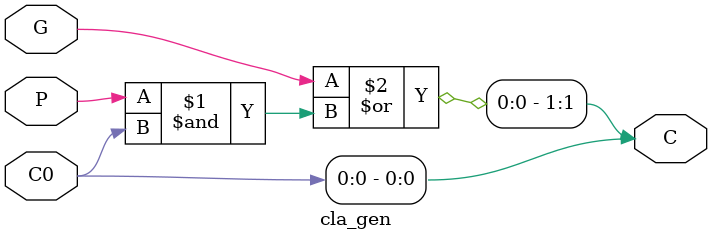
<source format=v>
module addsub_cla (A,B,S,C,M,V);
parameter W=1;
input [W-1:0] A,B;
output [W-1:0] S;
output C;
input M;
output V;

wire [W-1:0] G,P, A, B;
wire [W:0] Carry;
assign Carry[0] = M;
genvar i;
cla_gen #(.W(W)) CLAGEN
(
    .P(P),
    .G(G),
    .C0(M),
    .C(Carry)
);
generate
    for(i = 0; i< W; i= i+1)
    begin
        assign S[i] = (A[i] ^ (B[i]^M)) ^ Carry[i];
        assign G[i] = A[i] & (B[i]^M);
        assign P[i] = A[i] ^ (B[i]^M);
    end
endgenerate
assign C = Carry[W];
assign V = Carry[W] ^ Carry[W-1];
endmodule

module cla_gen (P,G,C0,C);
parameter W = 1;
input [W-1:0] P,G;
input C0;
wire C0;
output [W:0] C;
wire [W-1:0] P,G;
assign C[0] = C0;
genvar j;
generate
    for(j = 0; j < W; j=j+1)
    begin
        assign C[j+1] = G[j] | (P[j] & C[j]);
    end
endgenerate
endmodule
</source>
